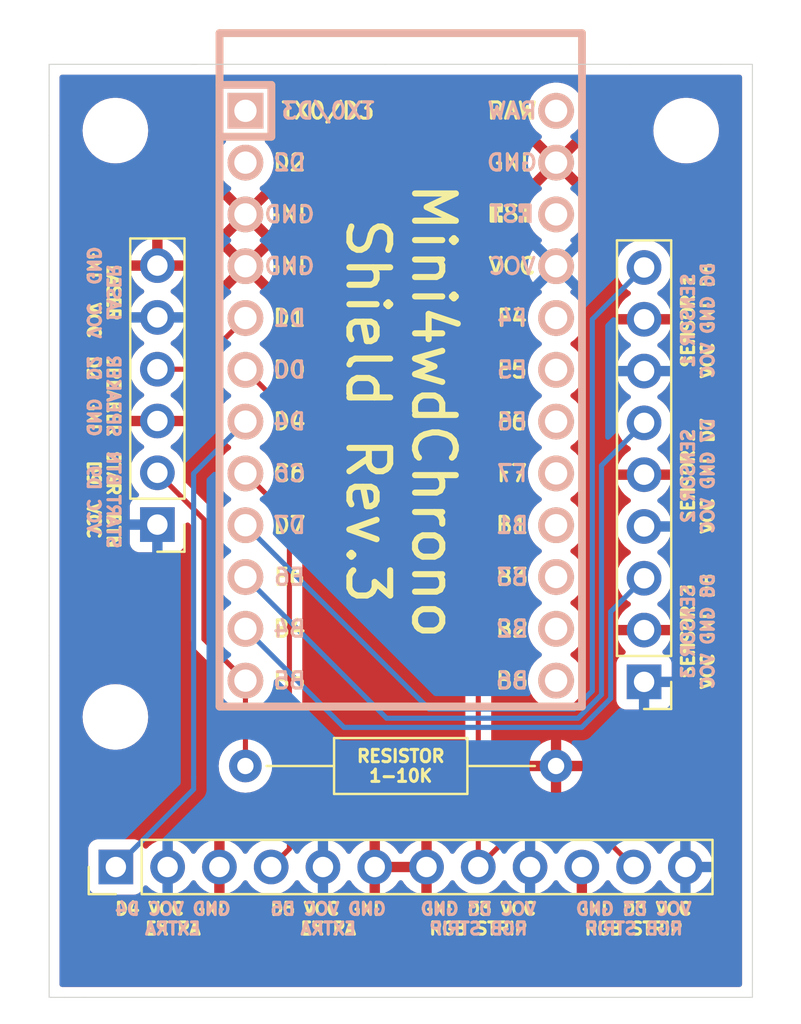
<source format=kicad_pcb>
(kicad_pcb (version 20211014) (generator pcbnew)
  (layers (0 "F.Cu" signal) (31 "B.Cu" signal) (34 "B.Paste" user) (35 "F.Paste" user) (36 "B.SilkS" user "B.Silkscreen") (37 "F.SilkS" user "F.Silkscreen") (38 "B.Mask" user) (39 "F.Mask" user) (44 "Edge.Cuts" user))
  (net 0 "")
  (net 1 "GND")
  (net 2 "VCC")
  (net 3 "BTN0")
  (net 4 "SPEAKER0")
  (net 5 "STRIP0")
  (net 6 "C6")
  (net 7 "D4")
  (net 8 "SIG2")
  (net 9 "SIG1")
  (net 10 "SIG0")
  (footprint "promicro:ArduinoProMicro" (layer "F.Cu") (at 174.5 87 -90)
    (fp_text reference "U1" hide)
    (fp_text value "ProMicro" hide)
    (fp_text user "D2" (at -11.43 5.461) (layer "B.SilkS") (effects (font (size 0.8 0.8)) (justify mirror)))
    (fp_text user "GND" (at -11.43 -5.461) (layer "B.SilkS") (effects (font (size 0.8 0.8)) (justify mirror)))
    (fp_text user "GND" (at -6.35 5.461) (layer "B.SilkS") (effects (font (size 0.8 0.8)) (justify mirror)))
    (fp_text user "VCC" (at -6.35 -5.461) (layer "B.SilkS") (effects (font (size 0.8 0.8)) (justify mirror)))
    (fp_text user "D4" (at 1.27 5.461) (layer "B.SilkS") (effects (font (size 0.8 0.8)) (justify mirror)))
    (fp_text user "ST" (at -8.91 -5.04) (layer "B.SilkS") (effects (font (size 0.8 0.8)) (justify mirror)))
    (fp_text user "D0" (at -1.27 5.461) (layer "B.SilkS") (effects (font (size 0.8 0.8)) (justify mirror)))
    (fp_text user "B1" (at 6.35 -5.461) (layer "B.SilkS") (effects (font (size 0.8 0.8)) (justify mirror)))
    (fp_text user "B2" (at 11.43 -5.461) (layer "B.SilkS") (effects (font (size 0.8 0.8)) (justify mirror)))
    (fp_text user "E6" (at 8.89 5.461) (layer "B.SilkS") (effects (font (size 0.8 0.8)) (justify mirror)))
    (fp_text user "C6" (at 3.81 5.461) (layer "B.SilkS") (effects (font (size 0.8 0.8)) (justify mirror)))
    (fp_text user "B5" (at 13.97 5.461) (layer "B.SilkS") (effects (font (size 0.8 0.8)) (justify mirror)))
    (fp_text user "B6" (at 13.97 -5.461) (layer "B.SilkS") (effects (font (size 0.8 0.8)) (justify mirror)))
    (fp_text user "B3" (at 8.89 -5.461) (layer "B.SilkS") (effects (font (size 0.8 0.8)) (justify mirror)))
    (fp_text user "GND" (at -8.89 5.461) (layer "B.SilkS") (effects (font (size 0.8 0.8)) (justify mirror)))
    (fp_text user "F7" (at 3.81 -5.461) (layer "B.SilkS") (effects (font (size 0.8 0.8)) (justify mirror)))
    (fp_text user "F6" (at 1.27 -5.461) (layer "B.SilkS") (effects (font (size 0.8 0.8)) (justify mirror)))
    (fp_text user "D1" (at -3.81 5.461) (layer "B.SilkS") (effects (font (size 0.8 0.8)) (justify mirror)))
    (fp_text user "D7" (at 6.35 5.461) (layer "B.SilkS") (effects (font (size 0.8 0.8)) (justify mirror)))
    (fp_text user "RAW" (at -13.97 -5.461) (layer "B.SilkS") (effects (font (size 0.8 0.8)) (justify mirror)))
    (fp_text user "F4" (at -3.81 -5.461) (layer "B.SilkS") (effects (font (size 0.8 0.8)) (justify mirror)))
    (fp_text user "B4" (at 11.43 5.461) (layer "B.SilkS") (effects (font (size 0.8 0.8)) (justify mirror)))
    (fp_text user "F5" (at -1.27 -5.461) (layer "B.SilkS") (effects (font (size 0.8 0.8)) (justify mirror)))
    (fp_text user "TX0/D3" (at -13.97 3.571872) (layer "B.SilkS") (effects (font (size 0.8 0.8)) (justify mirror)))
    (fp_text user "B6" (at 13.97 -5.461) (layer "F.SilkS") (effects (font (size 0.8 0.8))))
    (fp_text user "B4" (at 11.43 5.461) (layer "F.SilkS") (effects (font (size 0.8 0.8))))
    (fp_text user "E6" (at 8.89 5.461) (layer "F.SilkS") (effects (font (size 0.8 0.8))))
    (fp_text user "F6" (at 1.27 -5.461) (layer "F.SilkS") (effects (font (size 0.8 0.8))))
    (fp_text user "GND" (at -8.89 5.461) (layer "F.SilkS") (effects (font (size 0.8 0.8))))
    (fp_text user "F5" (at -1.27 -5.461) (layer "F.SilkS") (effects (font (size 0.8 0.8))))
    (fp_text user "D0" (at -1.27 5.461) (layer "F.SilkS") (effects (font (size 0.8 0.8))))
    (fp_text user "D2" (at -11.43 5.461) (layer "F.SilkS") (effects (font (size 0.8 0.8))))
    (fp_text user "B2" (at 11.43 -5.461) (layer "F.SilkS") (effects (font (size 0.8 0.8))))
    (fp_text user "D7" (at 6.35 5.461) (layer "F.SilkS") (effects (font (size 0.8 0.8))))
    (fp_text user "ST" (at -8.92 -5.73312) (layer "F.SilkS") (effects (font (size 0.8 0.8))))
    (fp_text user "GND" (at -6.35 5.461) (layer "F.SilkS") (effects (font (size 0.8 0.8))))
    (fp_text user "B3" (at 8.89 -5.461) (layer "F.SilkS") (effects (font (size 0.8 0.8))))
    (fp_text user "C6" (at 3.81 5.461) (layer "F.SilkS") (effects (font (size 0.8 0.8))))
    (fp_text user "F7" (at 3.81 -5.461) (layer "F.SilkS") (effects (font (size 0.8 0.8))))
    (fp_text user "D1" (at -3.81 5.461) (layer "F.SilkS") (effects (font (size 0.8 0.8))))
    (fp_text user "GND" (at -11.43 -5.461) (layer "F.SilkS") (effects (font (size 0.8 0.8))))
    (fp_text user "B1" (at 6.35 -5.461) (layer "F.SilkS") (effects (font (size 0.8 0.8))))
    (fp_text user "TX0/D3" (at -13.97 3.571872) (layer "F.SilkS") (effects (font (size 0.8 0.8))))
    (fp_text user "B5" (at 13.97 5.461) (layer "F.SilkS") (effects (font (size 0.8 0.8))))
    (fp_text user "RAW" (at -13.97 -5.461) (layer "F.SilkS") (effects (font (size 0.8 0.8))))
    (fp_text user "D4" (at 1.27 5.461) (layer "F.SilkS") (effects (font (size 0.8 0.8))))
    (fp_text user "F4" (at -3.81 -5.461) (layer "F.SilkS") (effects (font (size 0.8 0.8))))
    (fp_text user "VCC" (at -6.35 -5.461) (layer "F.SilkS") (effects (font (size 0.8 0.8))))
    (fp_line (start 15.24 -8.89) (end -17.78 -8.89) (layer "B.SilkS") (width 0.381))
    (fp_line (start -17.78 8.89) (end 15.24 8.89) (layer "B.SilkS") (width 0.381))
    (fp_line (start -12.7 6.35) (end -12.7 8.89) (layer "B.SilkS") (width 0.381))
    (fp_line (start -15.24 6.35) (end -15.24 8.89) (layer "B.SilkS") (width 0.381))
    (fp_line (start -17.78 -8.89) (end -17.78 8.89) (layer "B.SilkS") (width 0.381))
    (fp_line (start -15.24 6.35) (end -12.7 6.35) (layer "B.SilkS") (width 0.381))
    (fp_line (start 15.24 8.89) (end 15.24 -8.89) (layer "B.SilkS") (width 0.381))
    (fp_poly (pts (xy -9.35097 -6.244635) (xy -8.55097 -6.244635) (xy -8.55097 -6.344635) (xy -9.35097 -6.344635)) (layer "B.SilkS") (width 0.15) (fill solid))
    (fp_poly (pts (xy -9.35097 -5.844635) (xy -9.05097 -5.844635) (xy -9.05097 -5.944635) (xy -9.35097 -5.944635)) (layer "B.SilkS") (width 0.15) (fill solid))
    (fp_poly (pts (xy -9.35097 -5.844635) (xy -9.25097 -5.844635) (xy -9.25097 -6.344635) (xy -9.35097 -6.344635)) (layer "B.SilkS") (width 0.15) (fill solid))
    (fp_poly (pts (xy -8.95097 -6.044635) (xy -8.85097 -6.044635) (xy -8.85097 -6.144635) (xy -8.95097 -6.144635)) (layer "B.SilkS") (width 0.15) (fill solid))
    (fp_poly (pts (xy -8.75097 -5.844635) (xy -8.55097 -5.844635) (xy -8.55097 -5.944635) (xy -8.75097 -5.944635)) (layer "B.SilkS") (width 0.15) (fill solid))
    (fp_line (start -17.78 -8.89) (end -17.78 8.89) (layer "F.SilkS") (width 0.381))
    (fp_line (start -15.24 6.35) (end -12.7 6.35) (layer "F.SilkS") (width 0.381))
    (fp_line (start -15.24 6.35) (end -15.24 8.89) (layer "F.SilkS") (width 0.381))
    (fp_line (start -12.7 6.35) (end -12.7 8.89) (layer "F.SilkS") (width 0.381))
    (fp_line (start -15.24 -8.89) (end -17.78 -8.89) (layer "F.SilkS") (width 0.381))
    (fp_line (start 15.24 -8.89) (end -15.24 -8.89) (layer "F.SilkS") (width 0.381))
    (fp_line (start 15.24 8.89) (end 15.24 -8.89) (layer "F.SilkS") (width 0.381))
    (fp_line (start -15.24 8.89) (end 15.24 8.89) (layer "F.SilkS") (width 0.381))
    (fp_line (start -17.78 8.89) (end -15.24 8.89) (layer "F.SilkS") (width 0.381))
    (fp_poly (pts (xy -8.96064 -4.731568) (xy -8.86064 -4.731568) (xy -8.86064 -4.631568) (xy -8.96064 -4.631568)) (layer "F.SilkS") (width 0.15) (fill solid))
    (fp_poly (pts (xy -9.36064 -4.531568) (xy -8.56064 -4.531568) (xy -8.56064 -4.431568) (xy -9.36064 -4.431568)) (layer "F.SilkS") (width 0.15) (fill solid))
    (fp_poly (pts (xy -9.36064 -4.931568) (xy -9.06064 -4.931568) (xy -9.06064 -4.831568) (xy -9.36064 -4.831568)) (layer "F.SilkS") (width 0.15) (fill solid))
    (fp_poly (pts (xy -9.36064 -4.931568) (xy -9.26064 -4.931568) (xy -9.26064 -4.431568) (xy -9.36064 -4.431568)) (layer "F.SilkS") (width 0.15) (fill solid))
    (fp_poly (pts (xy -8.76064 -4.931568) (xy -8.56064 -4.931568) (xy -8.56064 -4.831568) (xy -8.76064 -4.831568)) (layer "F.SilkS") (width 0.15) (fill solid))
    (pad "1" thru_hole rect locked (at -13.97 7.62 270) (size 1.7526 1.7526) (drill 1.0922) (layers *.Cu *.SilkS *.Mask))
    (pad "2" thru_hole circle locked (at -11.43 7.62 270) (size 1.7526 1.7526) (drill 1.0922) (layers *.Cu *.SilkS *.Mask))
    (pad "3" thru_hole circle locked (at -8.89 7.62 270) (size 1.7526 1.7526) (drill 1.0922) (layers *.Cu *.SilkS *.Mask) (net 1 "GND"))
    (pad "4" thru_hole circle locked (at -6.35 7.62 270) (size 1.7526 1.7526) (drill 1.0922) (layers *.Cu *.SilkS *.Mask) (net 1 "GND"))
    (pad "5" thru_hole circle locked (at -3.81 7.62 270) (size 1.7526 1.7526) (drill 1.0922) (layers *.Cu *.SilkS *.Mask) (net 4 "SPEAKER0"))
    (pad "6" thru_hole circle locked (at -1.27 7.62 270) (size 1.7526 1.7526) (drill 1.0922) (layers *.Cu *.SilkS *.Mask) (net 5 "STRIP0"))
    (pad "7" thru_hole circle locked (at 1.27 7.62 270) (size 1.7526 1.7526) (drill 1.0922) (layers *.Cu *.SilkS *.Mask) (net 7 "D4"))
    (pad "8" thru_hole circle locked (at 3.81 7.62 270) (size 1.7526 1.7526) (drill 1.0922) (layers *.Cu *.SilkS *.Mask) (net 6 "C6"))
    (pad "9" thru_hole circle locked (at 6.35 7.62 270) (size 1.7526 1.7526) (drill 1.0922) (layers *.Cu *.SilkS *.Mask) (net 10 "SIG0"))
    (pad "10" thru_hole circle locked (at 8.89 7.62 270) (size 1.7526 1.7526) (drill 1.0922) (layers *.Cu *.SilkS *.Mask) (net 9 "SIG1"))
    (pad "11" thru_hole circle locked (at 11.43 7.62 270) (size 1.7526 1.7526) (drill 1.0922) (layers *.Cu *.SilkS *.Mask) (net 8 "SIG2"))
    (pad "12" thru_hole circle locked (at 13.97 7.62 270) (size 1.7526 1.7526) (drill 1.0922) (layers *.Cu *.SilkS *.Mask) (net 3 "BTN0"))
    (pad "13" thru_hole circle locked (at 13.97 -7.62 270) (size 1.7526 1.7526) (drill 1.0922) (layers *.Cu *.SilkS *.Mask))
    (pad "14" thru_hole circle locked (at 11.43 -7.62 270) (size 1.7526 1.7526) (drill 1.0922) (layers *.Cu *.SilkS *.Mask))
    (pad "15" thru_hole circle locked (at 8.89 -7.62 270) (size 1.7526 1.7526) (drill 1.0922) (layers *.Cu *.SilkS *.Mask))
    (pad "16" thru_hole circle locked (at 6.35 -7.62 270) (size 1.7526 1.7526) (drill 1.0922) (layers *.Cu *.SilkS *.Mask))
    (pad "17" thru_hole circle locked (at 3.81 -7.62 270) (size 1.7526 1.7526) (drill 1.0922) (layers *.Cu *.SilkS *.Mask))
    (pad "18" thru_hole circle locked (at 1.27 -7.62 270) (size 1.7526 1.7526) (drill 1.0922) (layers *.Cu *.SilkS *.Mask))
    (pad "19" thru_hole circle locked (at -1.27 -7.62 270) (size 1.7526 1.7526) (drill 1.0922) (layers *.Cu *.SilkS *.Mask))
    (pad "20" thru_hole circle locked (at -3.81 -7.62 270) (size 1.7526 1.7526) (drill 1.0922) (layers *.Cu *.SilkS *.Mask))
    (pad "21" thru_hole circle locked (at -6.35 -7.62 270) (size 1.7526 1.7526) (drill 1.0922) (layers *.Cu *.SilkS *.Mask) (net 2 "VCC"))
    (pad "22" thru_hole circle locked (at -8.89 -7.62 270) (size 1.7526 1.7526) (drill 1.0922) (layers *.Cu *.SilkS *.Mask))
    (pad "23" thru_hole circle locked (at -11.43 -7.62 270) (size 1.7526 1.7526) (drill 1.0922) (layers *.Cu *.SilkS *.Mask) (net 1 "GND"))
    (pad "24" thru_hole circle locked (at -13.97 -7.62 270) (size 1.7526 1.7526) (drill 1.0922) (layers *.Cu *.SilkS *.Mask))
  )
  (footprint "MountingHole:MountingHole_2.2mm_M2" (layer "F.Cu") (at 160.5 74)
    (fp_text reference "H1" hide)
    (fp_text value "MountingHole")
    (pad "" np_thru_hole circle locked (at 0 0) (size 2.2 2.2) (drill 2.2) (layers *.Cu *.Mask))
  )
  (footprint "MountingHole:MountingHole_2.2mm_M2" (layer "F.Cu") (at 160.5 102.75)
    (fp_text reference "H2" hide)
    (fp_text value "MountingHole")
    (pad "" np_thru_hole circle locked (at 0 0) (size 2.2 2.2) (drill 2.2) (layers *.Cu *.Mask))
  )
  (footprint "MountingHole:MountingHole_2.2mm_M2" (layer "F.Cu") (at 188.5 74)
    (fp_text reference "H3" hide)
    (fp_text value "MountingHole")
    (pad "" np_thru_hole circle locked (at 0 0) (size 2.2 2.2) (drill 2.2) (layers *.Cu *.Mask))
  )
  (footprint "Connector_PinHeader_2.54mm:PinHeader_1x12_P2.54mm_Vertical" (layer "F.Cu") (at 160.523 110.109 90)
    (fp_text reference "J2" hide)
    (fp_text value "Conn_01x12_Female")
    (fp_line (start 1.33 1.27) (end 1.33 29.27) (layer "F.SilkS") (width 0.12))
    (fp_line (start -1.33 -1.33) (end 0 -1.33) (layer "F.SilkS") (width 0.12))
    (fp_line (start -1.33 1.27) (end -1.33 29.27) (layer "F.SilkS") (width 0.12))
    (fp_line (start -1.33 0) (end -1.33 -1.33) (layer "F.SilkS") (width 0.12))
    (fp_line (start -1.33 29.27) (end 1.33 29.27) (layer "F.SilkS") (width 0.12))
    (fp_line (start -1.33 1.27) (end 1.33 1.27) (layer "F.SilkS") (width 0.12))
    (pad "1" thru_hole rect (at 0 0 90) (size 1.7 1.7) (drill 1) (layers *.Cu *.Mask) (net 7 "D4"))
    (pad "2" thru_hole oval (at 0 2.54 90) (size 1.7 1.7) (drill 1) (layers *.Cu *.Mask) (net 2 "VCC"))
    (pad "3" thru_hole oval (at 0 5.08 90) (size 1.7 1.7) (drill 1) (layers *.Cu *.Mask) (net 1 "GND"))
    (pad "4" thru_hole oval (at 0 7.62 90) (size 1.7 1.7) (drill 1) (layers *.Cu *.Mask) (net 6 "C6"))
    (pad "5" thru_hole oval (at 0 10.16 90) (size 1.7 1.7) (drill 1) (layers *.Cu *.Mask) (net 2 "VCC"))
    (pad "6" thru_hole oval (at 0 12.7 90) (size 1.7 1.7) (drill 1) (layers *.Cu *.Mask) (net 1 "GND"))
    (pad "7" thru_hole oval (at 0 15.24 90) (size 1.7 1.7) (drill 1) (layers *.Cu *.Mask) (net 1 "GND"))
    (pad "8" thru_hole oval (at 0 17.78 90) (size 1.7 1.7) (drill 1) (layers *.Cu *.Mask) (net 5 "STRIP0"))
    (pad "9" thru_hole oval (at 0 20.32 90) (size 1.7 1.7) (drill 1) (layers *.Cu *.Mask) (net 2 "VCC"))
    (pad "10" thru_hole oval (at 0 22.86 90) (size 1.7 1.7) (drill 1) (layers *.Cu *.Mask) (net 1 "GND"))
    (pad "11" thru_hole oval (at 0 25.4 90) (size 1.7 1.7) (drill 1) (layers *.Cu *.Mask) (net 5 "STRIP0"))
    (pad "12" thru_hole oval (at 0 27.94 90) (size 1.7 1.7) (drill 1) (layers *.Cu *.Mask) (net 2 "VCC"))
  )
  (footprint "Connector_PinHeader_2.54mm:PinHeader_1x09_P2.54mm_Vertical" (layer "F.Cu") (at 186.436 101.0312 180)
    (fp_text reference "J3" hide)
    (fp_text value "Conn_01x09_Female")
    (fp_line (start -1.33 -1.33) (end 0 -1.33) (layer "F.SilkS") (width 0.12))
    (fp_line (start -1.33 0) (end -1.33 -1.33) (layer "F.SilkS") (width 0.12))
    (fp_line (start -1.33 1.27) (end -1.33 21.65) (layer "F.SilkS") (width 0.12))
    (fp_line (start -1.33 1.27) (end 1.33 1.27) (layer "F.SilkS") (width 0.12))
    (fp_line (start 1.33 1.27) (end 1.33 21.65) (layer "F.SilkS") (width 0.12))
    (fp_line (start -1.33 21.65) (end 1.33 21.65) (layer "F.SilkS") (width 0.12))
    (pad "1" thru_hole rect (at 0 0 180) (size 1.7 1.7) (drill 1) (layers *.Cu *.Mask) (net 2 "VCC"))
    (pad "2" thru_hole oval (at 0 2.54 180) (size 1.7 1.7) (drill 1) (layers *.Cu *.Mask) (net 1 "GND"))
    (pad "3" thru_hole oval (at 0 5.08 180) (size 1.7 1.7) (drill 1) (layers *.Cu *.Mask) (net 8 "SIG2"))
    (pad "4" thru_hole oval (at 0 7.62 180) (size 1.7 1.7) (drill 1) (layers *.Cu *.Mask) (net 2 "VCC"))
    (pad "5" thru_hole oval (at 0 10.16 180) (size 1.7 1.7) (drill 1) (layers *.Cu *.Mask) (net 1 "GND"))
    (pad "6" thru_hole oval (at 0 12.7 180) (size 1.7 1.7) (drill 1) (layers *.Cu *.Mask) (net 9 "SIG1"))
    (pad "7" thru_hole oval (at 0 15.24 180) (size 1.7 1.7) (drill 1) (layers *.Cu *.Mask) (net 2 "VCC"))
    (pad "8" thru_hole oval (at 0 17.78 180) (size 1.7 1.7) (drill 1) (layers *.Cu *.Mask) (net 1 "GND"))
    (pad "9" thru_hole oval (at 0 20.32 180) (size 1.7 1.7) (drill 1) (layers *.Cu *.Mask) (net 10 "SIG0"))
  )
  (footprint "Connector_PinHeader_2.54mm:PinHeader_1x06_P2.54mm_Vertical" (layer "F.Cu") (at 162.56 93.3196 180)
    (fp_text reference "J1" hide)
    (fp_text value "Conn_01x06_Female")
    (fp_line (start -1.33 1.27) (end 1.33 1.27) (layer "F.SilkS") (width 0.12))
    (fp_line (start -1.33 -1.33) (end 0 -1.33) (layer "F.SilkS") (width 0.12))
    (fp_line (start -1.33 0) (end -1.33 -1.33) (layer "F.SilkS") (width 0.12))
    (fp_line (start -1.33 1.27) (end -1.33 14.03) (layer "F.SilkS") (width 0.12))
    (fp_line (start -1.33 14.03) (end 1.33 14.03) (layer "F.SilkS") (width 0.12))
    (fp_line (start 1.33 1.27) (end 1.33 14.03) (layer "F.SilkS") (width 0.12))
    (pad "1" thru_hole rect (at 0 0 180) (size 1.7 1.7) (drill 1) (layers *.Cu *.Mask) (net 2 "VCC"))
    (pad "2" thru_hole oval (at 0 2.54 180) (size 1.7 1.7) (drill 1) (layers *.Cu *.Mask) (net 3 "BTN0"))
    (pad "3" thru_hole oval (at 0 5.08 180) (size 1.7 1.7) (drill 1) (layers *.Cu *.Mask) (net 1 "GND"))
    (pad "4" thru_hole oval (at 0 7.62 180) (size 1.7 1.7) (drill 1) (layers *.Cu *.Mask) (net 4 "SPEAKER0"))
    (pad "5" thru_hole oval (at 0 10.16 180) (size 1.7 1.7) (drill 1) (layers *.Cu *.Mask) (net 2 "VCC"))
    (pad "6" thru_hole oval (at 0 12.7 180) (size 1.7 1.7) (drill 1) (layers *.Cu *.Mask) (net 1 "GND"))
  )
  (footprint "Resistor_THT:R_Axial_DIN0207_L6.3mm_D2.5mm_P15.24mm_Horizontal" (layer "F.Cu") (at 166.878 105.156)
    (fp_text reference "R1" hide)
    (fp_text value "R")
    (fp_line (start 4.35 -1.37) (end 4.35 1.37) (layer "F.SilkS") (width 0.12))
    (fp_line (start 14.2 0) (end 10.89 0) (layer "F.SilkS") (width 0.12))
    (fp_line (start 1.04 0) (end 4.35 0) (layer "F.SilkS") (width 0.12))
    (fp_line (start 4.35 1.37) (end 10.89 1.37) (layer "F.SilkS") (width 0.12))
    (fp_line (start 10.89 1.37) (end 10.89 -1.37) (layer "F.SilkS") (width 0.12))
    (fp_line (start 10.89 -1.37) (end 4.35 -1.37) (layer "F.SilkS") (width 0.12))
    (pad "1" thru_hole circle (at 0 0) (size 1.6 1.6) (drill 0.8) (layers *.Cu *.Mask) (net 3 "BTN0"))
    (pad "2" thru_hole oval (at 15.24 0) (size 1.6 1.6) (drill 0.8) (layers *.Cu *.Mask) (net 1 "GND"))
  )
  (gr_line (start 191.75 71.5264) (end 191.75 73.25) (layer "Edge.Cuts") (width 0.05))
  (gr_line (start 164.5 70.75) (end 164.25 70.75) (layer "Edge.Cuts") (width 0.05))
  (gr_line (start 191.75 73.25) (end 191.75 115.5) (layer "Edge.Cuts") (width 0.05))
  (gr_line (start 157.25 81.75) (end 157.25 74.25) (layer "Edge.Cuts") (width 0.05))
  (gr_line (start 157.25 88.75) (end 157.25 81.75) (layer "Edge.Cuts") (width 0.05))
  (gr_line (start 157.25 70.75) (end 164.5 70.75) (layer "Edge.Cuts") (width 0.05))
  (gr_line (start 191.75 116.5) (end 159 116.5) (layer "Edge.Cuts") (width 0.05))
  (gr_line (start 158 116.5) (end 157.25 116.5) (layer "Edge.Cuts") (width 0.05))
  (gr_line (start 190.1952 70.75) (end 191.75 70.75) (layer "Edge.Cuts") (width 0.05))
  (gr_line (start 159 116.5) (end 158 116.5) (layer "Edge.Cuts") (width 0.05))
  (gr_line (start 173.75 70.75) (end 185.75 70.75) (layer "Edge.Cuts") (width 0.05))
  (gr_line (start 164.25 70.75) (end 173.75 70.75) (layer "Edge.Cuts") (width 0.05))
  (gr_line (start 191.75 115.5) (end 191.75 116.5) (layer "Edge.Cuts") (width 0.05))
  (gr_line (start 157.25 74.25) (end 157.25 70.75) (layer "Edge.Cuts") (width 0.05))
  (gr_line (start 185.75 70.75) (end 190.1952 70.75) (layer "Edge.Cuts") (width 0.05))
  (gr_line (start 157.25 99.75) (end 157.25 116.5) (layer "Edge.Cuts") (width 0.05))
  (gr_line (start 157.25 99.75) (end 157.25 88.75) (layer "Edge.Cuts") (width 0.05))
  (gr_line (start 191.75 70.75) (end 191.75 71.5264) (layer "Edge.Cuts") (width 0.05))
  (gr_text "SENSOR 1\nD6 GND VCC" (at 189.0776 83.312 90) (layer "B.SilkS") (effects (font (size 0.6 0.6)) (justify mirror)))
  (gr_text "SPEAKER\nGND  D2" (at 159.9184 87.0204 -90) (layer "B.SilkS") (effects (font (size 0.6 0.6)) (justify mirror)))
  (gr_text "GND VCC D4\nEXTRA" (at 163.3148 112.649) (layer "B.SilkS") (effects (font (size 0.6 0.6)) (justify mirror)))
  (gr_text "VCC D3 GND\nRGB STRIP" (at 178.308 112.649) (layer "B.SilkS") (effects (font (size 0.6 0.6)) (justify mirror)))
  (gr_text "SENSOR 3\nD8 GND VCC" (at 189.0776 98.552 90) (layer "B.SilkS") (effects (font (size 0.6 0.6)) (justify mirror)))
  (gr_text "START BTN\nVCC D9" (at 159.9184 92.1004 270) (layer "B.SilkS") (effects (font (size 0.6 0.6)) (justify mirror)))
  (gr_text "SENSOR 2\nD7 GND VCC" (at 189.0776 90.932 90) (layer "B.SilkS") (effects (font (size 0.6 0.6)) (justify mirror)))
  (gr_text "VCC D3 GND\nRGB STRIP" (at 185.928 112.649) (layer "B.SilkS") (effects (font (size 0.6 0.6)) (justify mirror)))
  (gr_text "LASER\nVCC  GND" (at 159.9184 81.9404 -90) (layer "B.SilkS") (effects (font (size 0.6 0.6)) (justify mirror)))
  (gr_text "GND VCC D5\nEXTRA" (at 170.942 112.649) (layer "B.SilkS") (effects (font (size 0.6 0.6)) (justify mirror)))
  (gr_text "LASER\nGND  VCC" (at 159.9184 81.9404 270) (layer "F.SilkS") (effects (font (size 0.6 0.6))))
  (gr_text "SENSOR 3\nVCC GND D8" (at 189.0776 98.552 90) (layer "F.SilkS") (effects (font (size 0.6 0.6))))
  (gr_text "GND D3 VCC\nRGB STRIP" (at 185.928 112.649) (layer "F.SilkS") (effects (font (size 0.6 0.6))))
  (gr_text "GND D3 VCC\nRGB STRIP" (at 178.308 112.649) (layer "F.SilkS") (effects (font (size 0.6 0.6))))
  (gr_text "SENSOR 2\nVCC GND D7" (at 189.0776 90.932 90) (layer "F.SilkS") (effects (font (size 0.6 0.6))))
  (gr_text "Mini4wdChrono\nShield Rev.3" (at 174.5 87.75 270) (layer "F.SilkS") (effects (font (size 2 2) (thickness 0.3))))
  (gr_text "RESISTOR\n1-10K" (at 174.498 105.156) (layer "F.SilkS") (effects (font (size 0.6 0.6))))
  (gr_text "D5 VCC GND\nEXTRA" (at 170.942 112.649) (layer "F.SilkS") (effects (font (size 0.6 0.6))))
  (gr_text "D4 VCC GND\nEXTRA" (at 163.322 112.649) (layer "F.SilkS") (effects (font (size 0.6 0.6))))
  (gr_text "START BTN\nD9  VCC" (at 159.9184 92.1004 -90) (layer "F.SilkS") (effects (font (size 0.6 0.6))))
  (gr_text "SENSOR 1\nVCC GND D6" (at 189.0776 83.312 90) (layer "F.SilkS") (effects (font (size 0.6 0.6))))
  (gr_text "SPEAKER\nD2  GND" (at 159.9184 87.0204 270) (layer "F.SilkS") (effects (font (size 0.6 0.6))))
  (segment (start 166.88 100.97) (end 166.88 105.154) (width 0.25) (layer "F.Cu") (net 3))
  (segment (start 166.88 105.154) (end 166.878 105.156) (width 0.25) (layer "F.Cu") (net 3))
  (segment (start 164.846 98.936) (end 166.88 100.97) (width 0.25) (layer "F.Cu") (net 3))
  (segment (start 162.56 90.7796) (end 164.846 93.0656) (width 0.25) (layer "F.Cu") (net 3))
  (segment (start 164.846 93.0656) (end 164.846 98.936) (width 0.25) (layer "F.Cu") (net 3))
  (segment (start 164.3704 85.6996) (end 166.88 83.19) (width 0.25) (layer "F.Cu") (net 4))
  (segment (start 162.56 85.6996) (end 164.3704 85.6996) (width 0.25) (layer "F.Cu") (net 4))
  (segment (start 178.303 110.109) (end 178.303 97.15) (width 0.25) (layer "F.Cu") (net 5))
  (segment (start 178.303 110.109) (end 179.954 108.458) (width 0.25) (layer "F.Cu") (net 5))
  (segment (start 178.303 97.15) (end 177.673 96.52) (width 0.25) (layer "F.Cu") (net 5))
  (segment (start 177.67 96.52) (end 166.88 85.73) (width 0.25) (layer "F.Cu") (net 5))
  (segment (start 177.673 96.52) (end 177.67 96.52) (width 0.25) (layer "F.Cu") (net 5))
  (segment (start 184.272 108.458) (end 185.923 110.109) (width 0.25) (layer "F.Cu") (net 5))
  (segment (start 179.954 108.458) (end 184.272 108.458) (width 0.25) (layer "F.Cu") (net 5))
  (segment (start 168.143 110.109) (end 169.037 109.215) (width 0.25) (layer "F.Cu") (net 6))
  (segment (start 169.037 106.045) (end 169.037 105.918) (width 0.25) (layer "F.Cu") (net 6))
  (segment (start 169.037 92.967) (end 166.88 90.81) (width 0.25) (layer "F.Cu") (net 6))
  (segment (start 169.037 109.215) (end 169.037 105.918) (width 0.25) (layer "F.Cu") (net 6))
  (segment (start 169.037 105.918) (end 169.037 92.967) (width 0.25) (layer "F.Cu") (net 6))
  (segment (start 160.523 110.109) (end 160.528 110.109) (width 0.25) (layer "B.Cu") (net 7))
  (segment (start 164.338 105.664) (end 164.338 90.812) (width 0.25) (layer "B.Cu") (net 7))
  (segment (start 160.528 110.109) (end 164.338 106.299) (width 0.25) (layer "B.Cu") (net 7))
  (segment (start 164.338 90.812) (end 166.88 88.27) (width 0.25) (layer "B.Cu") (net 7))
  (segment (start 164.338 106.299) (end 164.338 105.664) (width 0.25) (layer "B.Cu") (net 7))
  (segment (start 164.338 105.791) (end 164.338 105.664) (width 0.25) (layer "B.Cu") (net 7))
  (segment (start 184.796 101.844396) (end 183.378396 103.262) (width 0.25) (layer "B.Cu") (net 8))
  (segment (start 183.378396 103.262) (end 171.712 103.262) (width 0.25) (layer "B.Cu") (net 8))
  (segment (start 184.796 97.5912) (end 184.796 101.844396) (width 0.25) (layer "B.Cu") (net 8))
  (segment (start 171.712 103.262) (end 166.88 98.43) (width 0.25) (layer "B.Cu") (net 8))
  (segment (start 186.436 95.9512) (end 184.796 97.5912) (width 0.25) (layer "B.Cu") (net 8))
  (segment (start 183.192 102.812) (end 173.802 102.812) (width 0.25) (layer "B.Cu") (net 9))
  (segment (start 186.436 88.3312) (end 184.346 90.4212) (width 0.25) (layer "B.Cu") (net 9))
  (segment (start 173.802 102.812) (end 166.88 95.89) (width 0.25) (layer "B.Cu") (net 9))
  (segment (start 184.346 101.658) (end 183.192 102.812) (width 0.25) (layer "B.Cu") (net 9))
  (segment (start 184.346 90.4212) (end 184.346 101.658) (width 0.25) (layer "B.Cu") (net 9))
  (segment (start 175.892 102.362) (end 166.88 93.35) (width 0.25) (layer "B.Cu") (net 10))
  (segment (start 183.896 83.2512) (end 183.896 101.471604) (width 0.25) (layer "B.Cu") (net 10))
  (segment (start 183.005604 102.362) (end 175.892 102.362) (width 0.25) (layer "B.Cu") (net 10))
  (segment (start 186.436 80.7112) (end 183.896 83.2512) (width 0.25) (layer "B.Cu") (net 10))
  (segment (start 183.896 101.471604) (end 183.005604 102.362) (width 0.25) (layer "B.Cu") (net 10))
  (zone (net 1) (net_name "GND") (layer "F.Cu") (connect_pads (clearance 0.508)) (min_thickness 0.254) (fill yes (thermal_gap 0.508) (thermal_bridge_width 0.508))
    (polygon (pts (xy 191.75 116.5) (xy 157.25 116.5) (xy 157.25 70.75) (xy 191.75 70.75)))
  )
  (zone (net 2) (net_name "VCC") (layer "B.Cu") (connect_pads (clearance 0.508)) (min_thickness 0.254) (fill yes (thermal_gap 0.508) (thermal_bridge_width 0.508))
    (polygon (pts (xy 191.75 116.5) (xy 157.25 116.5) (xy 157.25 70.75) (xy 191.75 70.75)))
  )
)
</source>
